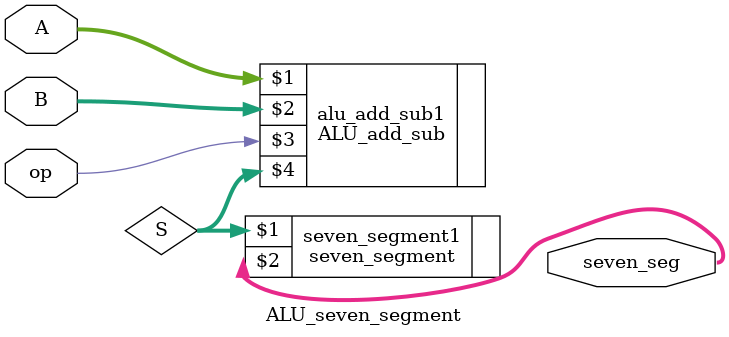
<source format=sv>
module ALU_seven_segment(
	input [3:0] A,			//輸入
	input [3:0] B,
	input op, 				//控制+-
	output logic [6:0] seven_seg //輸出
);

logic [3:0] S; //宣告變數S
//直接呼叫第2.3小題做的元件
ALU_add_sub alu_add_sub1(A,B,op,S);         //如果op=0，將A,B相加，反則相減 。將結果放入S
seven_segment seven_segment1(S,seven_seg);  //將S以七段顯示器的顯示方式存入seven_seg
	
endmodule
</source>
